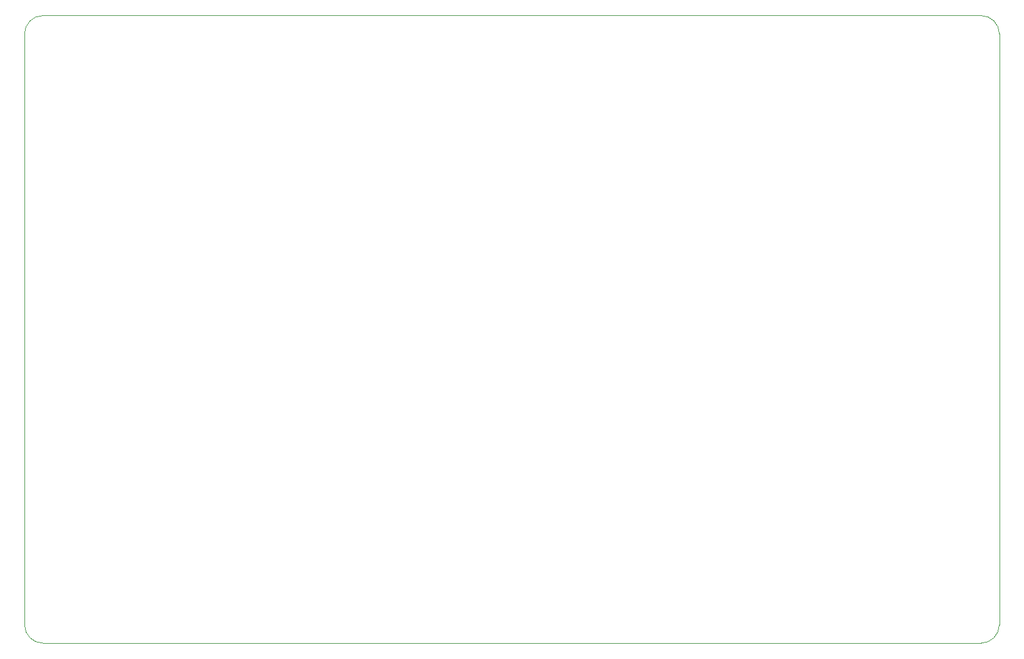
<source format=gbr>
G04 #@! TF.GenerationSoftware,KiCad,Pcbnew,(5.1.8)-1*
G04 #@! TF.CreationDate,2022-11-27T21:23:24+01:00*
G04 #@! TF.ProjectId,pfm3_ctrl,70666d33-5f63-4747-926c-2e6b69636164,rev?*
G04 #@! TF.SameCoordinates,Original*
G04 #@! TF.FileFunction,Profile,NP*
%FSLAX46Y46*%
G04 Gerber Fmt 4.6, Leading zero omitted, Abs format (unit mm)*
G04 Created by KiCad (PCBNEW (5.1.8)-1) date 2022-11-27 21:23:24*
%MOMM*%
%LPD*%
G01*
G04 APERTURE LIST*
G04 #@! TA.AperFunction,Profile*
%ADD10C,0.050000*%
G04 #@! TD*
G04 APERTURE END LIST*
D10*
X70739000Y-120650000D02*
X200660000Y-120650000D01*
X68199000Y-36195000D02*
X68199000Y-118110000D01*
X200660000Y-33655000D02*
X70739000Y-33655000D01*
X203200000Y-118110000D02*
X203200000Y-36195000D01*
X203200000Y-118110000D02*
G75*
G02*
X200660000Y-120650000I-2540000J0D01*
G01*
X200660000Y-33655000D02*
G75*
G02*
X203200000Y-36195000I0J-2540000D01*
G01*
X68199000Y-36195000D02*
G75*
G02*
X70739000Y-33655000I2540000J0D01*
G01*
X70739000Y-120650000D02*
G75*
G02*
X68199000Y-118110000I0J2540000D01*
G01*
M02*

</source>
